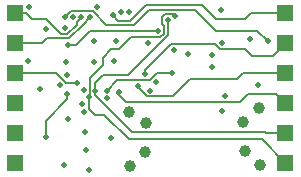
<source format=gbl>
G04 Layer_Physical_Order=4*
G04 Layer_Color=16711680*
%FSLAX44Y44*%
%MOMM*%
G71*
G01*
G75*
%ADD21C,0.1500*%
%ADD22C,0.2000*%
%ADD23R,1.4000X1.4000*%
%ADD24C,0.5000*%
%ADD25C,1.0000*%
D21*
X62253Y50970D02*
Y61253D01*
X67753Y66253D02*
Y73253D01*
Y62786D02*
Y66253D01*
X103445Y69852D02*
Y70538D01*
X109700Y80500D02*
Y83649D01*
X62253Y61253D02*
X63003Y62003D01*
Y77503D01*
X67753Y62786D02*
X98990Y31549D01*
X62253Y50970D02*
X67250Y45973D01*
X75181D01*
X111590Y61707D02*
X133278D01*
X103445Y69852D02*
X111590Y61707D01*
X133278D02*
X147793Y76222D01*
X95904Y25250D02*
X208350D01*
X75181Y45973D02*
X95904Y25250D01*
X98990Y31549D02*
X211238D01*
X217856Y95856D02*
X228600Y106600D01*
X200445Y95856D02*
X217856D01*
X194701Y101600D02*
X200445Y95856D01*
X173431Y101600D02*
X194701D01*
X147793Y76222D02*
X187949D01*
X192927Y81200D01*
X228600D01*
X211238Y31549D02*
X212387Y30400D01*
X228600D01*
X208350Y25250D02*
X228600Y5000D01*
X169100Y105932D02*
X173431Y101600D01*
X131982Y105932D02*
X169100D01*
X109700Y83649D02*
X131982Y105932D01*
X94982Y79515D02*
X128756Y113289D01*
X74015Y79515D02*
X94982D01*
X128756Y113289D02*
Y126660D01*
X124006Y128628D02*
X126789Y131410D01*
X124006Y122711D02*
Y128628D01*
Y122711D02*
X125500Y121217D01*
X126789Y131410D02*
X133603D01*
X135257Y129756D01*
X51255Y105255D02*
X62750Y116750D01*
X120750D01*
X97532Y112000D02*
X122718D01*
X87282Y101750D02*
X97532Y112000D01*
X125500Y114782D02*
Y121217D01*
X122718Y112000D02*
X125500Y114782D01*
X44502Y105255D02*
X51255D01*
X69040Y83507D02*
X74016Y88484D01*
Y94516D01*
X81250Y101750D01*
X87282D01*
X69007Y83507D02*
X69040D01*
X67753Y73253D02*
X74015Y79515D01*
X63003Y77503D02*
X69007Y83507D01*
D22*
X86998Y65573D02*
X87417D01*
X43076Y72750D02*
X51750D01*
X77254Y66503D02*
X86288Y75538D01*
X105554Y75500D02*
X113648D01*
X105516Y75538D02*
X105554Y75500D01*
X86288Y75538D02*
X105516D01*
X25526Y40527D02*
X44058Y59059D01*
X34626Y81200D02*
X43076Y72750D01*
X0Y81200D02*
X34626D01*
X44058Y59059D02*
Y63828D01*
X85716Y64291D02*
X93257Y56750D01*
X22764Y106600D02*
X26914Y110750D01*
X0Y106600D02*
X22764D01*
X13770Y127000D02*
X25750D01*
X8770Y132000D02*
X13770Y127000D01*
X0Y132000D02*
X8770D01*
X170000Y127000D02*
X194300D01*
X199300Y132000D01*
X228600D01*
X190283Y56500D02*
X197286Y63503D01*
X220897D01*
X228600Y55800D01*
X25526Y27622D02*
Y40527D01*
X85716Y64291D02*
X86998Y65573D01*
X113648Y75500D02*
X119902Y81754D01*
X132507D01*
X101557Y56500D02*
X190283D01*
X212825Y107425D02*
X213500Y106750D01*
X170000Y117250D02*
X204500D01*
X213575Y108175D01*
X152250Y135000D02*
X170000Y117250D01*
X82560Y130248D02*
X82691D01*
X87189Y125750D01*
X38500Y114250D02*
X43771D01*
X25750Y127000D02*
X38500Y114250D01*
X45221Y110750D02*
X56860Y122389D01*
X57386D01*
X63503Y128506D01*
X43771Y114250D02*
X52021Y122500D01*
Y124771D01*
X55450Y128200D01*
Y128500D01*
X65324Y133756D02*
X76830Y122250D01*
X46681Y133756D02*
X65324D01*
X41752Y128827D02*
X46681Y133756D01*
X41752Y128506D02*
Y128827D01*
X26914Y110750D02*
X45221D01*
X87189Y125750D02*
X97213D01*
X76830Y122250D02*
X100000D01*
X97213Y125750D02*
X110463Y139000D01*
X101307Y56750D02*
X101557Y56500D01*
X93257Y56750D02*
X101307D01*
X158000Y139000D02*
X170000Y127000D01*
X110463Y139000D02*
X158000D01*
X112750Y135000D02*
X152250D01*
X100000Y122250D02*
X112750Y135000D01*
D23*
X228600Y132000D02*
D03*
Y106600D02*
D03*
Y81200D02*
D03*
Y55800D02*
D03*
Y30400D02*
D03*
Y5000D02*
D03*
X0D02*
D03*
Y30400D02*
D03*
Y55800D02*
D03*
Y81200D02*
D03*
Y106600D02*
D03*
Y132000D02*
D03*
D24*
X87417Y65573D02*
D03*
X62253Y61253D02*
D03*
X56700Y55500D02*
D03*
X67753Y66253D02*
D03*
X44343Y42304D02*
D03*
X58253Y66753D02*
D03*
X51750Y72750D02*
D03*
X43250Y79750D02*
D03*
X77254Y66503D02*
D03*
X103445Y70538D02*
D03*
X109700Y80500D02*
D03*
X77254Y60003D02*
D03*
X57753Y48752D02*
D03*
X59000Y31750D02*
D03*
X37752Y71003D02*
D03*
X113515Y66500D02*
D03*
X119335Y74116D02*
D03*
X44058Y63828D02*
D03*
X145962Y97357D02*
D03*
X25526Y27622D02*
D03*
X80555Y26805D02*
D03*
X205729Y71472D02*
D03*
X213575Y108175D02*
D03*
X198250Y110587D02*
D03*
X174573Y107176D02*
D03*
X128756Y126660D02*
D03*
X11450Y137250D02*
D03*
X69003Y137207D02*
D03*
X82560Y130248D02*
D03*
X120750Y116750D02*
D03*
X48752Y128756D02*
D03*
X41700Y119250D02*
D03*
X41752Y128506D02*
D03*
X55450Y128500D02*
D03*
X63503Y128506D02*
D03*
X89000Y133000D02*
D03*
X96505Y133006D02*
D03*
X44502Y105255D02*
D03*
X132507Y81754D02*
D03*
X66200Y108750D02*
D03*
X85200Y108500D02*
D03*
X66200Y90500D02*
D03*
X61950Y-500D02*
D03*
X26200Y119000D02*
D03*
X43200Y90500D02*
D03*
X133950Y101182D02*
D03*
X83754Y91504D02*
D03*
X20501Y67503D02*
D03*
X135257Y129756D02*
D03*
X112562Y106954D02*
D03*
X60000Y16500D02*
D03*
X166258Y96755D02*
D03*
Y86504D02*
D03*
X174950Y49000D02*
D03*
X177500Y61750D02*
D03*
X173750Y134750D02*
D03*
X10908Y91658D02*
D03*
X41000Y3500D02*
D03*
D25*
X193955Y15790D02*
D03*
X206397Y52186D02*
D03*
X110410Y39540D02*
D03*
X193056Y40074D02*
D03*
X109331Y14690D02*
D03*
X206796Y3622D02*
D03*
X96699Y3070D02*
D03*
X96500Y48250D02*
D03*
M02*

</source>
